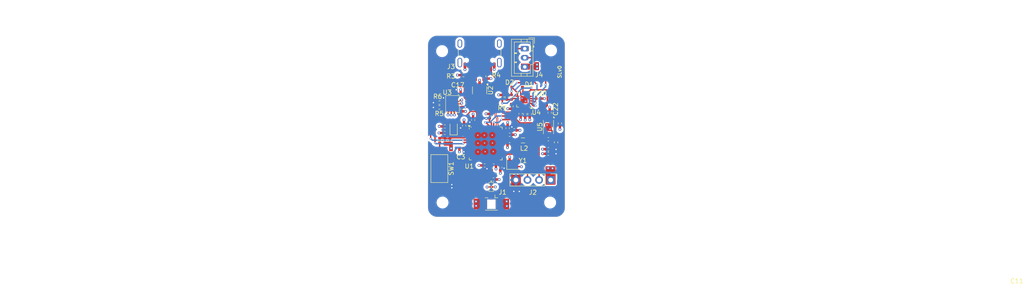
<source format=kicad_pcb>
(kicad_pcb (version 20240108) (generator "pcbnew") (generator_version "8.0")
  (layers (0 "F.Cu" signal) (1 "In1.Cu" signal) (2 "In2.Cu" signal) (31 "B.Cu" signal) (34 "B.Paste" user) (35 "F.Paste" user) (36 "B.SilkS" user "B.Silkscreen") (37 "F.SilkS" user "F.Silkscreen") (38 "B.Mask" user) (39 "F.Mask" user) (44 "Edge.Cuts" user))
  (net 0 "")
  (net 1 "+3V3")
  (net 2 "Net-(C11-Pad1)")
  (net 3 "LSE_OUT")
  (net 4 "LSE_IN")
  (net 5 "RF")
  (net 6 "Net-(FLT1-IN)")
  (net 7 "BL")
  (net 8 "Pwr Pth")
  (net 9 "Net-(J4-Pin_2)")
  (net 10 "VBUS")
  (net 11 "Net-(U5-V_{CC})")
  (net 12 "Net-(U5-BOOST)")
  (net 13 "Net-(U5-SW)")
  (net 14 "Net-(D1-A)")
  (net 15 "Net-(D1-K)")
  (net 16 "Net-(D2-A)")
  (net 17 "Net-(D2-K)")
  (net 18 "Net-(FLT1-OUT)")
  (net 19 "SWDCLK")
  (net 20 "SWDIO")
  (net 23 "Net-(J3-D--PadA7)")
  (net 24 "Net-(J3-CC2)")
  (net 25 "Net-(J3-CC1)")
  (net 26 "Net-(J3-D+-PadA6)")
  (net 27 "Net-(J4-Pin_1)")
  (net 28 "Net-(U1-VLXSMPS)")
  (net 29 "Net-(L1-Pad2)")
  (net 30 "Net-(R2-Pad2)")
  (net 31 "SDA")
  (net 32 "SCL")
  (net 33 "Net-(U4-ILIM)")
  (net 34 "Net-(U4-ISET)")
  (net 35 "Net-(U4-ITERM)")
  (net 36 "Net-(U5-Vfb)")
  (net 45 "USB_D-")
  (net 47 "IMU_INT2")
  (net 55 "HSE_OUT")
  (net 57 "IMU_INT1")
  (net 61 "HSE_IN")
  (net 62 "USB_D+")
  (net 67 "GND")
  (footprint "Resistor_SMD:R_0402_1005Metric" (layer "F.Cu") (at 126.33 85.255 90)
    (property "Reference" "R11" (hide yes))
    (property "Value" "4k12")
  )
  (footprint "Crystal:Crystal_SMD_2016-4Pin_2.0x1.6mm" (layer "F.Cu") (at 123.65 96.22)
    (property "Reference" "Y1")
    (property "Value" "32MHz")
  )
  (footprint "Connector_USB:USB_C_Receptacle_GCT_USB4105-xx-A_16P_TopMnt_Horizontal" (layer "F.Cu") (at 116.36 70.86 180)
    (property "Reference" "J3")
    (property "Value" "USB_C_Receptacle_USB2.0_16P")
  )
  (footprint "Package_DFN_QFN:DFN-8-1EP_3x2mm_P0.5mm_EP1.75x1.45mm" (layer "F.Cu") (at 131.4375 88.0975 -90)
    (property "Reference" "U5")
    (property "Value" "MCP16311x-xMNY")
  )
  (footprint "Resistor_SMD:R_0402_1005Metric" (layer "F.Cu") (at 133.1 91.45 -90)
    (property "Reference" "R12" (hide yes))
    (property "Value" "31k6")
  )
  (footprint "Capacitor_SMD:C_0402_1005Metric" (layer "F.Cu") (at 131.4 93.96 180)
    (property "Reference" "C1" (hide yes))
    (property "Value" "4u7")
  )
  (footprint "Inductor_SMD:L_0402_1005Metric" (layer "F.Cu") (at 122.945 90.8)
    (property "Reference" "L1" (hide yes))
    (property "Value" "10n")
  )
  (footprint "Inductor_SMD:L_0402_1005Metric" (layer "F.Cu") (at 131.415 91.86)
    (property "Reference" "L4" (hide yes))
    (property "Value" "15u")
  )
  (footprint "Connector_JST:JST_PH_B3B-PH-K_1x03_P2.00mm_Vertical" (layer "F.Cu") (at 126.25 70.9 -90)
    (property "Reference" "J4")
    (property "Value" "Conn_01x03")
  )
  (footprint "Capacitor_SMD:C_0402_1005Metric" (layer "F.Cu") (at 109.875 91.05 -90)
    (property "Reference" "C16" (hide yes))
    (property "Value" "100n")
  )
  (footprint "Capacitor_SMD:C_0402_1005Metric" (layer "F.Cu") (at 122.95 91.84 180)
    (property "Reference" "C11")
    (property "Value" "4u7")
  )
  (footprint "stm32wb_base:DLF162500LT-5028A1" (layer "F.Cu") (at 118.91 101.2325 -90)
    (property "Reference" "FLT1" (hide yes))
    (property "Value" "DLF162500LT-5028A1")
  )
  (footprint "Connector_PinHeader_2.54mm:PinHeader_1x04_P2.54mm_Vertical" (layer "F.Cu") (at 131.925 99.7 -90)
    (property "Reference" "J2")
    (property "Value" "Conn_01x04")
  )
  (footprint "Package_DFN_QFN:QFN-48-1EP_7x7mm_P0.5mm_EP5.6x5.6mm" (layer "F.Cu") (at 117.7 91.7)
    (property "Reference" "U1")
    (property "Value" "STM32WB55CEUx")
  )
  (footprint "Capacitor_SMD:C_0402_1005Metric" (layer "F.Cu") (at 131.7 84.98 90)
    (property "Reference" "C22")
    (property "Value" "1u")
  )
  (footprint "Capacitor_SMD:C_0402_1005Metric" (layer "F.Cu") (at 118.525 85.695 90)
    (property "Reference" "C2" (hide yes))
    (property "Value" "100n")
  )
  (footprint "Resistor_SMD:R_0402_1005Metric" (layer "F.Cu") (at 123.33 81.545 90)
    (property "Reference" "R7" (hide yes))
    (property "Value" "1k5")
  )
  (footprint "Button_Switch_SMD:SW_SPST_CK_RS282G05A3" (layer "F.Cu") (at 107.55 97.2 -90)
    (property "Reference" "SW1")
    (property "Value" "SW_Push")
  )
  (footprint "Capacitor_SMD:C_0402_1005Metric" (layer "F.Cu") (at 129.25 81.845)
    (property "Reference" "C20")
    (property "Value" "4u7")
  )
  (footprint "LED_SMD:LED_0402_1005Metric" (layer "F.Cu") (at 122.915 79.345 180)
    (property "Reference" "D2")
    (property "Value" "LED")
  )
  (footprint "Resistor_SMD:R_0402_1005Metric" (layer "F.Cu") (at 133.95 87.3 90)
    (property "Reference" "R13" (hide yes))
    (property "Value" "10k")
  )
  (footprint "Capacitor_SMD:C_0402_1005Metric" (layer "F.Cu") (at 117.49 96.52 180)
    (property "Reference" "C6" (hide yes))
    (property "Value" "100n")
  )
  (footprint "Inductor_SMD:L_0402_1005Metric" (layer "F.Cu") (at 118.97 98.055 -90)
    (property "Reference" "L3" (hide yes))
    (property "Value" "10n")
  )
  (footprint "Resistor_SMD:R_0402_1005Metric" (layer "F.Cu") (at 118.1 76.96 -90)
    (property "Reference" "R4")
    (property "Value" "5k1")
  )
  (footprint "Resistor_SMD:R_0402_1005Metric" (layer "F.Cu") (at 112.82 76.7 180)
    (property "Reference" "R3")
    (property "Value" "5k1")
  )
  (footprint "Resistor_SMD:R_0402_1005Metric" (layer "F.Cu") (at 107.5571 83.79)
    (property "Reference" "R5")
    (property "Value" "10k")
  )
  (footprint "Capacitor_SMD:C_0402_1005Metric" (layer "F.Cu") (at 131.42 90.76)
    (property "Reference" "C25" (hide yes))
    (property "Value" "100n")
  )
  (footprint "Resistor_SMD:R_0402_1005Metric" (layer "F.Cu") (at 108.775 91.03 -90)
    (property "Reference" "R1" (hide yes))
    (property "Value" "5k1")
  )
  (footprint "Capacitor_SMD:C_0402_1005Metric" (layer "F.Cu") (at 123.92 88.8)
    (property "Reference" "C9" (hide yes))
    (property "Value" "4u7")
  )
  (footprint "Capacitor_SMD:C_0402_1005Metric" (layer "F.Cu") (at 112.5271 84.17 -90)
    (property "Reference" "C18" (hide yes))
    (property "Value" "100n")
  )
  (footprint "Capacitor_SMD:C_0402_1005Metric" (layer "F.Cu") (at 119.44 96.53)
    (property "Reference" "C14" (hide yes))
    (property "Value" "4u7")
  )
  (footprint "Capacitor_SMD:C_0402_1005Metric" (layer "F.Cu") (at 125.33 85.165 -90)
    (property "Reference" "C21" (hide yes))
    (property "Value" "4u7")
  )
  (footprint "Capacitor_SMD:C_0402_1005Metric" (layer "F.Cu") (at 122.93 89.79)
    (property "Reference" "C10" (hide yes))
    (property "Value" "100n")
  )
  (footprint "Resistor_SMD:R_0402_1005Metric" (layer "F.Cu") (at 122.33 81.555 90)
    (property "Reference" "R8" (hide yes))
    (property "Value" "1k5")
  )
  (footprint "Resistor_SMD:R_0402_1005Metric" (layer "F.Cu") (at 107.5571 82.74)
    (property "Reference" "R6")
    (property "Value" "10k")
  )
  (footprint "LED_SMD:LED_0402_1005Metric" (layer "F.Cu") (at 125.73 78.86 90)
    (property "Reference" "D1")
    (property "Value" "LED")
  )
  (footprint "Capacitor_SMD:C_0402_1005Metric" (layer "F.Cu") (at 112.43 92.79 180)
    (property "Reference" "C3")
    (property "Value" "100n")
  )
  (footprint "Capacitor_SMD:C_0402_1005Metric" (layer "F.Cu") (at 108.76 87.97 180)
    (property "Reference" "C13" (hide yes))
    (property "Value" "10p")
  )
  (footprint "Inductor_SMD:L_0805_2012Metric" (layer "F.Cu") (at 125.8575 91.025)
    (property "Reference" "L2")
    (property "Value" "10u")
  )
  (footprint "Capacitor_SMD:C_0402_1005Metric" (layer "F.Cu") (at 119.39 99.6)
    (property "Reference" "C15" (hide yes))
    (property "Value" "4u7")
  )
  (footprint "Crystal:Crystal_SMD_2012-2Pin_2.0x1.2mm" (layer "F.Cu") (at 110.68 88.62 90)
    (property "Reference" "Y2" (hide yes))
    (property "Value" "32kHz")
  )
  (footprint "Capacitor_SMD:C_0402_1005Metric" (layer "F.Cu") (at 111.7271 80.64)
    (property "Reference" "C17")
    (property "Value" "100n")
  )
  (footprint "MountingHole:MountingHole_2.1mm" (layer "F.Cu") (at 108.15 71.45)
    (property "Reference" "H1" (hide yes))
    (property "Value" "MountingHole")
  )
  (footprint "Package_DFN_QFN:VQFN-16-1EP_3x3mm_P0.5mm_EP1.6x1.6mm" (layer "F.Cu") (at 126.08 82.1075 180)
    (property "Reference" "U4")
    (property "Value" "BQ24074RGT")
  )
  (footprint "Capacitor_SMD:C_0402_1005Metric" (layer "F.Cu") (at 114.94 86.55 90)
    (property "Reference" "C4" (hide yes))
    (property "Value" "100n")
  )
  (footprint "Package_TO_SOT_SMD:SOT-23-6" (layer "F.Cu") (at 116.3625 80.05 -90)
    (property "Reference" "U2")
    (property "Value" "USBLC6-2SC6")
  )
  (footprint "Resistor_SMD:R_0402_1005Metric" (layer "F.Cu") (at 123.33 83.555 -90)
    (property "Reference" "R9")
    (property "Value" "1k18")
  )
  (footprint "Capacitor_SMD:C_0402_1005Metric" (layer "F.Cu") (at 122.49 88.35 90)
    (property "Reference" "C5" (hide yes))
    (property "Value" "100n")
  )
  (footprint "Capacitor_SMD:C_0402_1005Metric" (layer "F.Cu") (at 121.33 81.545 90)
    (property "Reference" "C19" (hide yes))
    (property "Value" "4u7")
  )
  (footprint "MountingHole:MountingHole_2.1mm" (layer "F.Cu") (at 132 71.3)
    (property "Reference" "H2" (hide yes))
    (property "Value" "MountingHole")
  )
  (footprint "MountingHole:MountingHole_2.1mm" (layer "F.Cu") (at 108.25 104.65)
    (property "Reference" "H3" (hide yes))
    (property "Value" "MountingHole")
  )
  (footprint "MountingHole:MountingHole_2.1mm" (layer "F.Cu") (at 131.8 104.65)
    (property "Reference" "H4" (hide yes))
    (property "Value" "MountingHole")
  )
  (footprint "Resistor_SMD:R_0402_1005Metric" (layer "F.Cu") (at 107.615 91.03 -90)
    (property "Reference" "R2" (hide yes))
    (property "Value" "5k1")
  )
  (footprint "Capacitor_SMD:C_0402_1005Metric" (layer "F.Cu") (at 120.9 96.98 -90)
    (property "Reference" "C8" (hide yes))
    (property "Value" "100n")
  )
  (footprint "Connector_Coaxial:U.FL_Hirose_U.FL-R-SMT-1_Vertical" (layer "F.Cu") (at 118.945 104.485 -90)
    (property "Reference" "J1")
    (property "Value" "Conn_Coaxial")
  )
  (footprint "Capacitor_SMD:C_0402_1005Metric" (layer "F.Cu") (at 131.42 92.96 180)
    (property "Reference" "C24" (hide yes))
    (property "Value" "20u")
  )
  (footprint "Resistor_SMD:R_0402_1005Metric" (layer "F.Cu") (at 127.32 85.245 90)
    (property "Reference" "R10" (hide yes))
    (property "Value" "1k13")
  )
  (footprint "stm32wb_base:LSM6DSO" (layer "F.Cu") (at 110.4271 83 90)
    (property "Reference" "U3")
    (property "Value" "LSM6DSO")
  )
  (footprint "Capacitor_SMD:C_0402_1005Metric" (layer "F.Cu") (at 108.75 89.39 180)
    (property "Reference" "C12" (hide yes))
    (property "Value" "10p")
  )
  (footprint "Capacitor_SMD:C_0402_1005Metric" (layer "F.Cu") (at 112.98 87.81 90)
    (property "Reference" "C7" (hide yes))
    (property "Value" "100n")
  )
  (gr_arc (start 107.064214 107.785786) (mid 105.65 107.2) (end 105.064214 105.785786) (stroke (width 0.05)) (layer "Edge.Cuts"))
  (gr_line (start 107.064214 68.064214) (end 133.035786 68.064214) (stroke (width 0.05)) (layer "Edge.Cuts"))
  (gr_line (start 133.035786 107.785786) (end 107.064214 107.785786) (stroke (width 0.05)) (layer "Edge.Cuts"))
  (gr_arc (start 133.035786 68.064214) (mid 134.45 68.65) (end 135.035786 70.064214) (stroke (width 0.05)) (layer "Edge.Cuts"))
  (gr_arc (start 105.064214 70.064214) (mid 105.65 68.65) (end 107.064214 68.064214) (stroke (width 0.05)) (layer "Edge.Cuts"))
  (gr_arc (start 135.035786 105.785786) (mid 134.45 107.2) (end 133.035786 107.785786) (stroke (width 0.05)) (layer "Edge.Cuts"))
  (gr_line (start 135.035786 70.064214) (end 135.035786 105.785786) (stroke (width 0.05)) (layer "Edge.Cuts"))
  (gr_line (start 105.064214 105.785786) (end 105.064214 70.064214) (stroke (width 0.05)) (layer "Edge.Cuts"))
  (gr_text "SLv0" (at 134.35 77.5 90) (layer "F.SilkS") (effects (font (size 0.8 0.8) (thickness 0.15) (bold yes)) (justify left bottom)))
  (segment (start 118.525 86.175) (end 118.525 86.75) (width 0.3048) (layer "F.Cu") (net 1))
  (segment (start 121.1 96.5) (end 121.725 97.125) (width 0.508) (layer "F.Cu") (net 1))
  (segment (start 108.45 81.7) (end 108.95 82.2) (width 0.3048) (layer "F.Cu") (net 1))
  (segment (start 114.95 88.2625) (end 114.95 87.04) (width 0.3048) (layer "F.Cu") (net 1))
  (segment (start 111.25 79.9) (end 111.25 80.6871) (width 0.508) (layer "F.Cu") (net 1))
  (segment (start 121.1375 89.45) (end 121.87 89.45) (width 0.3048) (layer "F.Cu") (net 1))
  (segment (start 113.09355 88.95) (end 112.98 88.83645) (width 0.3048) (layer "F.Cu") (net 1))
  (segment (start 113.25 83.7) (end 112.4629 83.7) (width 0.508) (layer "F.Cu") (net 1))
  (segment (start 107.0371 83.8) (end 107.0471 83.79) (width 0.508) (layer "F.Cu") (net 1))
  (segment (start 118.545 86.195) (end 118.525 86.175) (width 0.3048) (layer "F.Cu") (net 1))
  (segment (start 106.25 83.8) (end 107.0371 83.8) (width 0.508) (layer "F.Cu") (net 1))
  (segment (start 109.5 82.500001) (end 108.950001 82.500001) (width 0.25) (layer "F.Cu") (net 1))
  (segment (start 123.425 88.08145) (end 123.425 88.86855) (width 0.508) (layer "F.Cu") (net 1))
  (segment (start 118.525 86.75) (end 118.95 87.175) (width 0.3048) (layer "F.Cu") (net 1))
  (segment (start 111.2 81.4) (end 111.177101 81.422899) (width 0.25) (layer "F.Cu") (net 1))
  (segment (start 117.8079 86.18) (end 118.595 86.18) (width 0.508) (layer "F.Cu") (net 1))
  (segment (start 112.91 92.79) (end 113.25 92.45) (width 0.3048) (layer "F.Cu") (net 1))
  (segment (start 112.98 88.29) (end 112.21 88.29) (width 0.3048) (layer "F.Cu") (net 1))
  (segment (start 111.2471 81.3529) (end 111.2 81.4) (width 0.3048) (layer "F.Cu") (net 1))
  (segment (start 122.49 88.83) (end 123.41 88.83) (width 0.3048) (layer "F.Cu") (net 1))
  (segment (start 118.95 87.175) (end 118.95 88.2625) (width 0.3048) (layer "F.Cu") (net 1))
  (segment (start 111.3542 83.499999) (end 111.799999 83.499999) (width 0.25) (layer "F.Cu") (net 1))
  (segment (start 108.95 82.5) (end 108.950001 82.500001) (width 0.25) (layer "F.Cu") (net 1))
  (segment (start 111.2471 80.64) (end 111.2471 81.3529) (width 0.3048) (layer "F.Cu") (net 1))
  (segment (start 112.5271 83.69) (end 111.99 83.69) (width 0.3048) (layer "F.Cu") (net 1))
  (segment (start 122.29 89.95) (end 122.45 89.79) (width 0.3048) (layer "F.Cu") (net 1))
  (segment (start 117.97 96.52) (end 118.45 96.04) (width 0.3048) (layer "F.Cu") (net 1))
  (segment (start 123.41 88.83) (end 123.44 88.8) (width 0.3048) (layer "F.Cu") (net 1))
  (segment (start 107.0371 82.75) (end 107.0471 82.74) (width 0.508) (layer "F.Cu") (net 1))
  (segment (start 118.45 96.04) (end 118.45 95.1375) (width 0.3048) (layer "F.Cu") (net 1))
  (segment (start 111.177101 81.8189) (end 111.177101 81.422899) (width 0.25) (layer "F.Cu") (net 1))
  (segment (start 113.25 92.45) (end 114.2625 92.45) (width 0.3048) (layer "F.Cu") (net 1))
  (segment (start 113.7 88.95) (end 113.09355 88.95) (width 0.3048) (layer "F.Cu") (net 1))
  (segment (start 106.25 82.75) (end 107.0371 82.75) (width 0.508) (layer "F.Cu") (net 1))
  (segment (start 117.975 97.24355) (end 117.975 96.45645) (width 0.508) (layer "F.Cu") (net 1))
  (segment (start 114.95 87.04) (end 114.94 87.03) (width 0.3048) (layer "F.Cu") (net 1))
  (segment (start 114.2625 88.95) (end 113.7 88.95) (width 0.254) (layer "F.Cu") (net 1))
  (segment (start 112.98 88.83645) (end 112.98 88.29) (width 0.3048) (layer "F.Cu") (net 1))
  (segment (start 111.799999 83.499999) (end 111.8 83.5) (width 0.25) (layer "F.Cu") (net 1))
  (segment (start 112.21 88.29) (end 112.2 88.3) (width 0.3048) (layer "F.Cu") (net 1))
  (segment (start 111.99 83.69) (end 111.8 83.5) (width 0.3048) (layer "F.Cu") (net 1))
  (segment (start 114.225 87.025) (end 115.0121 87.025) (width 0.508) (layer "F.Cu") (net 1))
  (segment (start 108.95 82.2) (end 108.95 82.5) (width 0.3048) (layer "F.Cu") (net 1))
  (segment (start 112.925 93.51855) (end 112.925 92.73145) (width 0.508) (layer "F.Cu") (net 1))
  (segment (start 121.1375 89.95) (end 122.29 89.95) (width 0.3048) (layer "F.Cu") (net 1))
  (segment (start 120.9 96.5) (end 121.1 96.5) (width 0.508) (layer "F.Cu") (net 1))
  (segment (start 121.87 89.45) (end 122.49 88.83) (width 0.3048) (layer "F.Cu") (net 1))
  (via (at 117.8079 86.18) (size 0.61) (drill 0.3) (layers "F.Cu" "B.Cu") (net 1))
  (via (at 121.725 97.125) (size 0.61) (drill 0.3) (layers "F.Cu" "B.Cu") (net 1))
  (via (at 111.25 79.9) (size 0.61) (drill 0.3) (layers "F.Cu" "B.Cu") (net 1))
  (via (at 106.25 83.8) (size 0.61) (drill 0.3) (layers "F.Cu" "B.Cu") (net 1))
  (via (at 123.85 102.2) (size 0.61) (drill 0.3) (layers "F.Cu" "B.Cu") (net 1))
  (via (at 123.425 88.08145) (size 0.61) (drill 0.3) (layers "F.Cu" "B.Cu") (net 1))
  (via (at 125.05 102.225) (size 0.61) (drill 0.3) (layers "F.Cu" "B.Cu") (net 1))
  (via (at 113.25 83.7) (size 0.61) (drill 0.3) (layers "F.Cu" "B.Cu") (net 1))
  (via (at 110.275 101.425) (size 0.61) (drill 0.3) (layers "F.Cu" "B.Cu") (net 1))
  (via (at 114.225 87.025) (size 0.61) (drill 0.3) (layers "F.Cu" "B.Cu") (net 1))
  (via (at 133.1 93) (size 0.61) (drill 0.3) (layers "F.Cu" "B.Cu") (net 1))
  (via (at 110.275 100.725) (size 0.61) (drill 0.3) (layers "F.Cu" "B.Cu") (net 1))
  (via (at 112.2 88.3) (size 0.61) (drill 0.3) (layers "F.Cu" "B.Cu") (net 1))
  (via (at 133.1 93.95) (size 0.61) (drill 0.3) (layers "F.Cu" "B.Cu") (net 1))
  (via (at 117.975 97.24355) (size 0.61) (drill 0.3) (layers "F.Cu" "B.Cu") (net 1))
  (via (at 108.45 81.7) (size 0.61) (drill 0.3) (layers "F.Cu" "B.Cu") (net 1))
  (via (at 112.925 93.51855) (size 0.61) (drill 0.3) (layers "F.Cu" "B.Cu") (net 1))
  (via (at 106.25 82.75) (size 0.61) (drill 0.3) (layers "F.Cu" "B.Cu") (net 1))
  (segment (start 124.065 92.475) (end 123.43 91.84) (width 0.3048) (layer "F.Cu") (net 2))
  (segment (start 126.55 92.475) (end 124.065 92.475) (width 0.3048) (layer "F.Cu") (net 2))
  (segment (start 126.92 91.025) (end 126.92 92.105) (width 0.3048) (layer "F.Cu") (net 2))
  (segment (start 126.92 92.105) (end 126.55 92.475) (width 0.3048) (layer "F.Cu") (net 2))
  (segment (start 110.68 89.32) (end 109.3 89.32) (width 0.3048) (layer "F.Cu") (net 3))
  (segment (start 114.2377 89.9252) (end 111.2852 89.9252) (width 0.3048) (layer "F.Cu") (net 3))
  (segment (start 111.2852 89.9252) (end 110.68 89.32) (width 0.3048) (layer "F.Cu") (net 3))
  (segment (start 114.2625 89.95) (end 114.2377 89.9252) (width 0.3048) (layer "F.Cu") (net 3))
  (segment (start 109.3 89.32) (end 109.23 89.39) (width 0.3048) (layer "F.Cu") (net 3))
  (segment (start 109.29 87.92) (end 109.24 87.97) (width 0.3048) (layer "F.Cu") (net 4))
  (segment (start 110.68 87.92) (end 112.21 89.45) (width 0.3048) (layer "F.Cu") (net 4))
  (segment (start 110.68 87.92) (end 109.29 87.92) (width 0.3048) (layer "F.Cu") (net 4))
  (segment (start 112.21 89.45) (end 114.2625 89.45) (width 0.3048) (layer "F.Cu") (net 4))
  (segment (start 118.97 97.57) (end 118.97 96.54) (width 0.3048) (layer "F.Cu") (net 5))
  (segment (start 118.95 96.52) (end 118.96 96.53) (width 0.3048) (layer "F.Cu") (net 5))
  (segment (start 118.95 95.1375) (end 118.95 96.52) (width 0.3048) (layer "F.Cu") (net 5))
  (segment (start 118.97 96.54) (end 118.96 96.53) (width 0.3048) (layer "F.Cu") (net 5))
  (segment (start 118.91 99.6) (end 118.91 100.62) (width 0.3048) (layer "F.Cu") (net 6))
  (segment (start 118.97 99.54) (end 118.91 99.6) (width 0.3048) (layer "F.Cu") (net 6))
  (segment (start 118.97 98.54) (end 118.97 99.54) (width 0.3048) (layer "F.Cu") (net 6))
  (segment (start 114.2625 90.45) (end 109.995 90.45) (width 0.3048) (layer "F.Cu") (net 7))
  (segment (start 108.825 90.57) (end 108.775 90.52) (width 0.3048) (layer "F.Cu") (net 7))
  (segment (start 109.875 90.57) (end 108.825 90.57) (width 0.3048) (layer "F.Cu") (net 7))
  (segment (start 109.995 90.45) (end 109.875 90.57) (width 0.3048) (layer "F.Cu") (net 7))
  (segment (start 108.775 90.52) (end 107.615 90.52) (width 0.3048) (layer "F.Cu") (net 7))
  (segment (start 131.1798 80.1548) (end 131.1798 83.3952) (width 0.3048) (layer "F.Cu") (net 8))
  (segment (start 127.55 79.625) (end 127.65 79.525) (width 0.3048) (layer "F.Cu") (net 8))
  (segment (start 124.6425 81.8575) (end 123.5275 81.8575) (width 0.3048) (layer "F.Cu") (net 8))
  (segment (start 123.32 82.065) (end 123.33 82.055) (width 0.3048) (layer "F.Cu") (net 8))
  (segment (start 121.33 82.025) (end 121.15 82.025) (width 0.3048) (layer "F.Cu") (net 8))
  (segment (start 121.33 82.845) (end 121.3 82.875) (width 0.3048) (layer "F.Cu") (net 8))
  (segment (start 130.6875 83.8875) (end 130.6875 86.6475) (width 0.3048) (layer "F.Cu") (net 8))
  (segment (start 127.55 79.95) (end 127.55 79.625) (width 0.3048) (layer "F.Cu") (net 8))
  (segment (start 122.33 82.065) (end 123.32 82.065) (width 0.3048) (layer "F.Cu") (net 8))
  (segment (start 122.29 82.025) (end 122.33 82.065) (width 0.3048) (layer "F.Cu") (net 8))
  (segment (start 131.1798 83.3952) (end 130.6875 83.8875) (width 0.3048) (layer "F.Cu") (net 8))
  (segment (start 130.975 79.95) (end 131.1798 80.1548) (width 0.3048) (layer "F.Cu") (net 8))
  (segment (start 126.83 80.67) (end 127.55 79.95) (width 0.3048) (layer "F.Cu") (net 8))
  (segment (start 121.15 82.025) (end 122.29 82.025) (width 0.3048) (layer "F.Cu") (net 8))
  (segment (start 121.33 82.025) (end 121.33 82.845) (width 0.3048) (layer "F.Cu") (net 8))
  (segment (start 127.55 79.95) (end 130.975 79.95) (width 0.3048) (layer "F.Cu") (net 8))
  (segment (start 123.5275 81.8575) (end 123.33 82.055) (width 0.3048) (layer "F.Cu") (net 8))
  (via (at 121.3 82.875) (size 0.4572) (drill 0.254) (layers "F.Cu" "B.Cu") (net 8))
  (via (at 127.65 79.525) (size 0.4572) (drill 0.254) (layers "F.Cu" "B.Cu") (net 8))
  (segment (start 127.625 79.55) (end 127.65 79.525) (width 0.3048) (layer "B.Cu") (net 8))
  (segment (start 121.3 82.875) (end 122.375 82.875) (width 0.3048) (layer "B.Cu") (net 8))
  (segment (start 125.7 79.55) (end 127.625 79.55) (width 0.3048) (layer "B.Cu") (net 8))
  (segment (start 122.375 82.875) (end 125.7 79.55) (width 0.3048) (layer "B.Cu") (net 8))
  (segment (start 128.1325 82.3575) (end 128.6 82.825) (width 0.3048) (layer "F.Cu") (net 9))
  (segment (start 130.825 74.325) (end 129.4 72.9) (width 0.3048) (layer "F.Cu") (net 9))
  (segment (start 130.825 78.775) (end 130.825 74.325) (width 0.3048) (layer "F.Cu") (net 9))
  (segment (start 128.730101 81.884899) (end 127.5175 81.884899) (width 0.3048) (layer "F.Cu") (net 9))
  (segment (start 127.5175 82.3575) (end 128.1325 82.3575) (width 0.3048) (layer "F.Cu") (net 9))
  (segment (start 129.4 72.9) (end 126.25 72.9) (width 0.3048) (layer "F.Cu") (net 9))
  (segment (start 128.77 81.845) (end 128.730101 81.884899) (width 0.3048) (layer "F.Cu") (net 9))
  (via (at 130.825 78.775) (size 0.4572) (drill 0.254) (layers "F.Cu" "B.Cu") (net 9))
  (via (at 128.6 82.825) (size 0.4572) (drill 0.254) (layers "F.Cu" "B.Cu") (net 9))
  (segment (start 128.6 81.475) (end 130.8 79.275) (width 0.3048) (layer "B.Cu") (net 9))
  (segment (start 130.8 78.8) (end 130.825 78.775) (width 0.3048) (layer "B.Cu") (net 9))
  (segment (start 130.8 79.275) (end 130.8 78.8) (width 0.3048) (layer "B.Cu") (net 9))
  (segment (start 128.6 82.825) (end 128.6 81.475) (width 0.3048) (layer "B.Cu") (net 9))
  (segment (start 118.8386 76.2386) (end 118.8386 74.6186) (width 0.508) (layer "F.Cu") (net 10))
  (segment (start 116.3625 81.1875) (end 116.3625 80.525001) (width 0.508) (layer "F.Cu") (net 10))
  (segment (start 119.3 80.1) (end 120.1 79.3) (width 0.508) (layer "F.Cu") (net 10))
  (segment (start 119.3 80.1) (end 119.3 82.725) (width 0.508) (layer "F.Cu") (net 10))
  (segment (start 125.33 84.685) (end 125.33 83.545) (width 0.3048) (layer "F.Cu") (net 10))
  (segment (start 125.09 84.925) (end 125.33 84.685) (width 0.508) (layer "F.Cu") (net 10))
  (segment (start 119.3 82.725) (end 121.5 84.925) (width 0.508) (layer "F.Cu") (net 10))
  (segment (start 118.8386 74.6186) (end 118.76 74.54) (width 0.508) (layer "F.Cu") (net 10))
  (segment (start 121.5 84.925) (end 125.09 84.925) (width 0.508) (layer "F.Cu") (net 10))
  (segment (start 120.1 77.5) (end 118.8386 76.2386) (width 0.508) (layer "F.Cu") (net 10))
  (segment (start 120.1 79.3) (end 120.1 77.5) (width 0.508) (layer "F.Cu") (net 10))
  (segment (start 116.787501 80.1) (end 119.3 80.1) (width 0.508) (layer "F.Cu") (net 10))
  (segment (start 116.3625 80.525001) (end 116.787501 80.1) (width 0.508) (layer "F.Cu") (net 10))
  (segment (start 131.6875 86.6475) (end 131.6875 85.4725) (width 0.3048) (layer "F.Cu") (net 11))
  (segment (start 131.6875 85.4725) (end 131.7 85.46) (width 0.3048) (layer "F.Cu") (net 11))
  (segment (start 131.6875 89.5475) (end 131.6875 90.5475) (width 0.3048) (layer "F.Cu") (net 12))
  (segment (start 131.6875 90.5475) (end 131.9 90.76) (width 0.3048) (layer "F.Cu") (net 12))
  (segment (start 130.93 90.77) (end 130.94 90.76) (width 0.3048) (layer "F.Cu") (net 13))
  (segment (start 131.1875 90.5125) (end 130.94 90.76) (width 0.3048) (layer "F.Cu") (net 13))
  (segment (start 130.93 91.86) (end 130.93 90.77) (width 0.3048) (layer "F.Cu") (net 13))
  (segment (start 131.1875 89.5475) (end 131.1875 90.5125) (width 0.3048) (layer "F.Cu") (net 13))
  (segment (start 125.73 78.375) (end 124.575 78.375) (width 0.3048) (layer "F.Cu") (net 14))
  (segment (start 124.575 78.375) (end 124.55 78.4) (width 0.3048) (layer "F.Cu") (net 14))
  (segment (start 123.33 81.035) (end 123.33 80.27) (width 0.3048) (layer "F.Cu") (net 14))
  (segment (start 123.33 80.27) (end 123.35 80.25) (width 0.3048) (layer "F.Cu") (net 14))
  (via (at 123.35 80.25) (size 0.4572) (drill 0.254) (layers "F.Cu" "B.Cu") (net 14))
  (via (at 124.55 78.4) (size 0.4572) (drill 0.254) (layers "F.Cu" "B.Cu") (net 14))
  (segment (start 123.35 79.6) (end 124.55 78.4) (width 0.3048) (layer "B.Cu") (net 14))
  (segment (start 123.35 80.25) (end 123.35 79.6) (width 0.3048) (layer "B.Cu") (net 14))
  (segment (start 125.83 80.67) (end 125.83 79.445) (width 0.3048) (layer "F.Cu") (net 15))
  (segment (start 125.83 79.445) (end 125.73 79.345) (width 0.3048) (layer "F.Cu") (net 15))
  (segment (start 122.33 81.045) (end 122.33 79.445) (width 0.3048) (layer "F.Cu") (net 16))
  (segment (start 122.33 79.445) (end 122.43 79.345) (width 0.3048) (layer "F.Cu") (net 16))
  (segment (start 124.6425 81.3575) (end 124.6425 80.5875) (width 0.3048) (layer "F.Cu") (net 17))
  (segment (start 124.6425 80.5875) (end 123.4 79.345) (width 0.3048) (layer "F.Cu") (net 17))
  (segment (start 118.945 101.88) (end 118.91 101.845) (width 0.3048) (layer "F.Cu") (net 18))
  (segment (start 118.935 103.425) (end 118.945 103.435) (width 0.3048) (layer "F.Cu") (net 18))
  (segment (start 118.945 103.435) (end 118.945 101.88) (width 0.3048) (layer "F.Cu") (net 18))
  (segment (start 129.385 87.935) (end 129.385 99.7) (width 0.3048) (layer "F.Cu") (net 19))
  (segment (start 118.45 88.2625) (end 118.45 87.803828) (width 0.3048) (layer "F.Cu") (net 19))
  (segment (start 123.675 85.675) (end 125.1798 87.1798) (width 0.3048) (layer "F.Cu") (net 19))
  (segment (start 121.125 85.675) (end 123.675 85.675) (width 0.3048) (layer "F.Cu") (net 19))
  (segment (start 129.375 99.735) (end 129.39 99.75) (width 0.3048) (layer "F.Cu") (net 19))
  (segment (start 118.45 87.803828) (end 117.696172 87.05) (width 0.3048) (layer "F.Cu") (net 19))
  (segment (start 125.1798 87.1798) (end 128.6298 87.1798) (width 0.3048) (layer "F.Cu") (net 19))
  (segment (start 128.6298 87.1798) (end 129.385 87.935) (width 0.3048) (layer "F.Cu") (net 19))
  (segment (start 117.696172 87.05) (end 117.6 87.05) (width 0.3048) (layer "F.Cu") (net 19))
  (via (at 121.125 85.675) (size 0.4572) (drill 0.254) (layers "F.Cu" "B.Cu") (net 19))
  (via (at 117.6 87.05) (size 0.4572) (drill 0.254) (layers "F.Cu" "B.Cu") (net 19))
  (segment (start 117.6 87.05) (end 118.65 87.05) (width 0.3048) (layer "B.Cu") (net 19))
  (segment (start 120.025 85.675) (end 121.125 85.675) (width 0.3048) (layer "B.Cu") (net 19))
  (segment (start 118.65 87.05) (end 120.025 85.675) (width 0.3048) (layer "B.Cu") (net 19))
  (segment (start 119.45 87.175) (end 119.525 87.1) (width 0.3048) (layer "F.Cu") (net 20))
  (segment (start 121.15 86.475) (end 123.375 86.475) (width 0.3048) (layer "F.Cu") (net 20))
  (segment (start 124.8 87.9) (end 127.225 87.9) (width 0.3048) (layer "F.Cu") (net 20))
  (segment (start 128.025 88.7) (end 128.025 92.825) (width 0.3048) (layer "F.Cu") (net 20))
  (segment (start 126.845 94.005) (end 126.845 99.7) (width 0.3048) (layer "F.Cu") (net 20))
  (segment (start 127.225 87.9) (end 128.025 88.7) (width 0.3048) (layer "F.Cu") (net 20))
  (segment (start 128.025 92.825) (end 126.845 94.005) (width 0.3048) (layer "F.Cu") (net 20))
  (segment (start 126.825 99.725) (end 126.85 99.75) (width 0.3048) (layer "F.Cu") (net 20))
  (segment (start 123.375 86.475) (end 124.8 87.9) (width 0.3048) (layer "F.Cu") (net 20))
  (segment (start 119.45 88.2625) (end 119.45 87.175) (width 0.3048) (layer "F.Cu") (net 20))
  (via (at 121.15 86.475) (size 0.4572) (drill 0.254) (layers "F.Cu" "B.Cu") (net 20))
  (via (at 119.525 87.1) (size 0.4572) (drill 0.254) (layers "F.Cu" "B.Cu") (net 20))
  (segment (start 119.525 87.1) (end 120.525 87.1) (width 0.3048) (layer "B.Cu") (net 20))
  (segment (start 120.525 87.1) (end 121.15 86.475) (width 0.3048) (layer "B.Cu") (net 20))
  (segment (start 117.11 77.835) (end 117.11 74.54) (width 0.3048) (layer "F.Cu") (net 23))
  (segment (start 117.3125 78.9125) (end 117.3125 78.0375) (width 0.3048) (layer "F.Cu") (net 23))
  (segment (start 117.3125 78.0375) (end 117.11 77.835) (width 0.3048) (layer "F.Cu") (net 23))
  (segment (start 114.61 76.165) (end 114.61 74.54) (width 0.3048) (layer "F.Cu") (net 24))
  (segment (start 113.33 76.7) (end 114.075 76.7) (width 0.3048) (layer "F.Cu") (net 24))
  (segment (start 114.075 76.7) (end 114.61 76.165) (width 0.3048) (layer "F.Cu") (net 24))
  (segment (start 117.61 75.96) (end 118.1 76.45) (width 0.3048) (layer "F.Cu") (net 25))
  (segment (start 117.61 74.54) (end 117.61 75.96) (width 0.3048) (layer "F.Cu") (net 25))
  (segment (start 115.61 78.715) (end 115.4125 78.9125) (width 0.3048) (layer "F.Cu") (net 26))
  (segment (start 115.4125 78.9125) (end 115.4125 78.0375) (width 0.3048) (layer "F.Cu") (net 26))
  (segment (start 115.61 77.84) (end 115.61 74.54) (width 0.3048) (layer "F.Cu") (net 26))
  (segment (start 115.4125 78.0375) (end 115.61 77.84) (width 0.3048) (layer "F.Cu") (net 26))
  (segment (start 127.8 77.65) (end 122.525 77.65) (width 0.3048) (layer "F.Cu") (net 27))
  (segment (start 122.45 77.575) (end 122.45 71.55) (width 0.3048) (layer "F.Cu") (net 27))
  (segment (start 123.1 70.9) (end 126.25 70.9) (width 0.3048) (layer "F.Cu") (net 27))
  (segment (start 128.925 78.775) (end 127.8 77.65) (width 0.3048) (layer "F.Cu") (net 27))
  (segment (start 122.45 71.55) (end 123.1 70.9) (width 0.3048) (layer "F.Cu") (net 27))
  (segment (start 127.5175 82.8575) (end 128.11 83.45) (width 0.3048) (layer "F.Cu") (net 27))
  (segment (start 122.525 77.65) (end 122.45 77.575) (width 0.3048) (layer "F.Cu") (net 27))
  (segment (start 128.11 83.45) (end 128.6 83.45) (width 0.3048) (layer "F.Cu") (net 27))
  (via (at 128.925 78.775) (size 0.4572) (drill 0.254) (layers "F.Cu" "B.Cu") (net 27))
  (via (at 128.6 83.45) (size 0.4572) (drill 0.254) (layers "F.Cu" "B.Cu") (net 27))
  (segment (start 128.05 80.675) (end 128.925 79.8) (width 0.3048) (layer "B.Cu") (net 27))
  (segment (start 128.05 83.029342) (end 128.05 80.675) (width 0.3048) (layer "B.Cu") (net 27))
  (segment (start 128.6 83.45) (end 128.470658 83.45) (width 0.3048) (layer "B.Cu") (net 27))
  (segment (start 128.470658 83.45) (end 128.05 83.029342) (width 0.3048) (layer "B.Cu") (net 27))
  (segment (start 128.925 79.8) (end 128.925 78.775) (width 0.3048) (layer "B.Cu") (net 27))
  (segment (start 122.11 90.45) (end 122.46 90.8) (width 0.3048) (layer "F.Cu") (net 28))
  (segment (start 121.1375 90.45) (end 122.11 90.45) (width 0.3048) (layer "F.Cu") (net 28))
  (segment (start 124.57 90.8) (end 124.795 91.025) (width 0.3048) (layer "F.Cu") (net 29))
  (segment (start 123.43 90.8) (end 124.57 90.8) (width 0.3048) (layer "F.Cu") (net 29))
  (segment (start 107.615 91.54) (end 107.615 93.235) (width 0.3048) (layer "F.Cu") (net 30))
  (segment (start 107.615 93.235) (end 107.55 93.3) (width 0.3048) (layer "F.Cu") (net 30))
  (segment (start 108.0071 83.85) (end 108.0671 83.79) (width 0.3048) (layer "F.Cu") (net 31))
  (segment (start 106.6 91.55) (end 106.6 85.2571) (width 0.3048) (layer "F.Cu") (net 31))
  (segment (start 108.15 83.85) (end 108.0071 83.85) (width 0.3048) (layer "F.Cu") (net 31))
  (segment (start 114.2625 91.45) (end 113.05 91.45) (width 0.3048) (layer "F.Cu") (net 31))
  (segment (start 113.05 91.45) (end 112.75 91.75) (width 0.3048) (layer "F.Cu") (net 31))
  (segment (start 108.15 83.7071) (end 108.15 83.85) (width 0.3048) (layer "F.Cu") (net 31))
  (segment (start 106.6 85.2571) (end 108.0671 83.79) (width 0.3048) (layer "F.Cu") (net 31))
  (segment (start 108.357101 83.499999) (end 108.15 83.7071) (width 0.3048) (layer "F.Cu") (net 31))
  (segment (start 109.5 83.499999) (end 108.357101 83.499999) (width 0.3048) (layer "F.Cu") (net 31))
  (via (at 106.6 91.55) (size 0.4572) (drill 0.254) (layers "F.Cu" "B.Cu") (net 31))
  (via (at 112.75 91.75) (size 0.4572) (drill 0.254) (layers "F.Cu" "B.Cu") (net 31))
  (segment (start 106.8 91.75) (end 106.6 91.55) (width 0.3048) (layer "B.Cu") (net 31))
  (segment (start 112.75 91.75) (end 106.8 91.75) (width 0.3048) (layer "B.Cu") (net 31))
  (segment (start 108.0671 82.2671) (end 108.0671 82.74) (width 0.3048) (layer "F.Cu") (net 32))
  (segment (start 108.3271 83) (end 108.2 82.8729) (width 0.3048) (layer "F.Cu") (net 32))
  (segment (start 105.675 90.625) (end 105.6402 90.5902) (width 0.3048) (layer "F.Cu") (net 32))
  (segment (start 105.6402 90.5902) (end 105.6402 82.3598) (width 0.3048) (layer "F.Cu") (net 32))
  (segment (start 108.2 82.75) (end 108.0771 82.75) (width 0.3048) (layer "F.Cu") (net 32))
  (segment (start 105.6402 82.3598) (end 106.2 81.8) (width 0.3048) (layer "F.Cu") (net 32))
  (segment (start 108.0771 82.75) (end 108.0671 82.74) (width 0.3048) (layer "F.Cu") (net 32))
  (segment (start 108.2 82.8729) (end 108.2 82.75) (width 0.3048) (layer "F.Cu") (net 32))
  (segment (start 106.2 81.8) (end 107.6 81.8) (width 0.3048) (layer "F.Cu") (net 32))
  (segment (start 114.2625 90.95) (end 112.7584 90.95) (width 0.3048) (layer "F.Cu") (net 32))
  (segment (start 109.5 83) (end 108.3271 83) (width 0.3048) (layer "F.Cu") (net 32))
  (segment (start 112.7584 90.95) (end 112.725 90.9834) (width 0.3048) (layer "F.Cu") (net 32))
  (segment (start 107.6 81.8) (end 108.0671 82.2671) (width 0.3048) (layer "F.Cu") (net 32))
  (via (at 112.725 90.9834) (size 0.4572) (drill 0.254) (layers "F.Cu" "B.Cu") (net 32))
  (via (at 105.675 90.625) (size 0.4572) (drill 0.254) (layers "F.Cu" "B.Cu") (net 32))
  (segment (start 112.725 90.9834) (end 106.0334 90.9834) (width 0.3048) (layer "B.Cu") (net 32))
  (segment (start 106.0334 90.9834) (end 105.675 90.625) (width 0.3048) (layer "B.Cu") (net 32))
  (segment (start 123.33 83.045) (end 124.455 83.045) (width 0.3048) (layer "F.Cu") (net 33))
  (segment (start 124.455 83.045) (end 124.6425 82.8575) (width 0.3048) (layer "F.Cu") (net 33))
  (segment (start 126.83 84.245) (end 127.32 84.735) (width 0.3048) (layer "F.Cu") (net 34))
  (segment (start 126.83 83.545) (end 126.83 84.245) (width 0.3048) (layer "F.Cu") (net 34))
  (segment (start 126.33 84.745) (end 126.33 83.545) (width 0.3048) (layer "F.Cu") (net 35))
  (segment (start 133 90.84) (end 133.1 90.94) (width 0.3048) (layer "F.Cu") (net 36))
  (segment (start 133.8075 86.6475) (end 133.95 86.79) (width 0.3048) (layer "F.Cu") (net 36))
  (segment (start 132.1875 86.6475) (end 132.825 86.6475) (width 0.3048) (layer "F.Cu") (net 36))
  (segment (start 132.825 86.6475) (end 133.8075 86.6475) (width 0.3048) (layer "F.Cu") (net 36))
  (segment (start 132.825 86.6475) (end 133 86.6475) (width 0.3048) (layer "F.Cu") (net 36))
  (segment (start 133 86.6475) (end 133 90.84) (width 0.3048) (layer "F.Cu") (net 36))
  (segment (start 120.45 87.606249) (end 120.45 88.2625) (width 0.1524) (layer "F.Cu") (net 45))
  (segment (start 120.015751 84.471207) (end 120.015751 85.675223) (width 0.1524) (layer "F.Cu") (net 45))
  (segment (start 117.3125 81.1875) (end 117.3125 82.181251) (width 0.1524) (layer "F.Cu") (net 45))
  (segment (start 116.5149 83.099372) (end 117.388128 83.9726) (width 0.1524) (layer "F.Cu") (net 45))
  (segment (start 117.3125 82.181251) (end 116.5149 82.978851) (width 0.1524) (layer "F.Cu") (net 45))
  (segment (start 119.517144 83.9726) (end 120.015751 84.471207) (width 0.1524) (layer "F.Cu") (net 45))
  (segment (start 116.5149 82.978851) (end 116.5149 83.099372) (width 0.1524) (layer "F.Cu") (net 45))
  (segment (start 120.3524 87.508649) (end 120.45 87.606249) (width 0.1524) (layer "F.Cu") (net 45))
  (segment (start 120.015751 85.675223) (end 120.3524 86.011872) (width 0.1524) (layer "F.Cu") (net 45))
  (segment (start 117.388128 83.9726) (end 119.517144 83.9726) (width 0.1524) (layer "F.Cu") (net 45))
  (segment (start 120.3524 86.011872) (end 120.3524 87.508649) (width 0.1524) (layer "F.Cu") (net 45))
  (segment (start 116.2 84.875) (end 113 81.675) (width 0.254) (layer "F.Cu") (net 47))
  (segment (start 113 81.675) (end 113 79.25) (width 0.254) (layer "F.Cu") (net 47))
  (segment (start 110.6771 81.547194) (end 110.6771 81.8189) (width 0.254) (layer "F.Cu") (net 47))
  (segment (start 115.95 88.2625) (end 115.95 87.501738) (width 0.254) (layer "F.Cu") (net 47))
  (segment (start 110.475 81.345094) (end 110.6771 81.547194) (width 0.254) (layer "F.Cu") (net 47))
  (segment (start 116.2 87.251738) (end 116.2 84.875) (width 0.254) (layer "F.Cu") (net 47))
  (segment (start 113 79.25) (end 110.625 79.25) (width 0.254) (layer "F.Cu") (net 47))
  (segment (start 115.95 87.501738) (end 116.2 87.251738) (width 0.254) (layer "F.Cu") (net 47))
  (segment (start 110.625 79.25) (end 110.475 79.4) (width 0.254) (layer "F.Cu") (net 47))
  (segment (start 110.475 79.4) (end 110.475 81.345094) (width 0.254) (layer "F.Cu") (net 47))
  (segment (start 120.9579 95.1375) (end 122.5904 96.77) (width 0.3048) (layer "F.Cu") (net 55))
  (segment (start 120.45 95.1375) (end 120.9579 95.1375) (width 0.3048) (layer "F.Cu") (net 55))
  (segment (start 122.5904 96.77) (end 122.95 96.77) (width 0.3048) (layer "F.Cu") (net 55))
  (segment (start 113.4 85.625) (end 114.3594 84.6656) (width 0.254) (layer "F.Cu") (net 57))
  (segment (start 111.575 84.578999) (end 111.575 85.25) (width 0.254) (layer "F.Cu") (net 57))
  (segment (start 115.4156 84.6656) (end 115.725 84.975) (width 0.254) (layer "F.Cu") (net 57))
  (segment (start 115.45 87.427002) (end 115.45 88.2625) (width 0.254) (layer "F.Cu") (net 57))
  (segment (start 115.725 87.152002) (end 115.45 87.427002) (width 0.254) (layer "F.Cu") (net 57))
  (segment (start 115.725 84.975) (end 115.725 87.152002) (width 0.254) (layer "F.Cu") (net 57))
  (segment (start 111.575 85.25) (end 111.95 85.625) (width 0.254) (layer "F.Cu") (net 57))
  (segment (start 111.95 85.625) (end 113.4 85.625) (width 0.254) (layer "F.Cu") (net 57))
  (segment (start 114.3594 84.6656) (end 115.4156 84.6656) (width 0.254) (layer "F.Cu") (net 57))
  (segment (start 111.177101 84.1811) (end 111.575 84.578999) (width 0.254) (layer "F.Cu") (net 57))
  (segment (start 124.35 94.3) (end 124.35 95.67) (width 0.3048) (layer "F.Cu") (net 61))
  (segment (start 121.1375 94.45) (end 122 94.45) (width 0.3048) (layer "F.Cu") (net 61))
  (segment (start 124.0902 94.0402) (end 124.35 94.3) (width 0.3048) (layer "F.Cu") (net 61))
  (segment (start 122 94.45) (end 122.4098 94.0402) (width 0.3048) (layer "F.Cu") (net 61))
  (segment (start 122.4098 94.0402) (end 124.0902 94.0402) (width 0.3048) (layer "F.Cu") (net 61))
  (segment (start 116.2101 83.225628) (end 117.261872 84.2774) (width 0.1524) (layer "F.Cu") (net 62))
  (segment (start 116.2101 82.978851) (end 116.2101 83.225628) (width 0.1524) (layer "F.Cu") (net 62))
  (segment (start 119.95 87.606249) (end 119.95 88.2625) (width 0.1524) (layer "F.Cu") (net 62))
  (segment (start 120.0476 86.138128) (end 120.0476 87.508649) (width 0.1524) (layer "F.Cu") (net 62))
  (segment (start 119.710951 85.801479) (end 120.0476 86.138128) (width 0.1524) (layer "F.Cu") (net 62))
  (segment (start 117.261872 84.2774) (end 119.390888 84.2774) (width 0.1524) (layer "F.Cu") (net 62))
  (segment (start 115.4125 82.181251) (end 116.2101 82.978851) (width 0.1524) (layer "F.Cu") (net 62))
  (segment (start 119.710951 84.597463) (end 119.710951 85.801479) (width 0.1524) (layer "F.Cu") (net 62))
  (segment (start 115.4125 81.1875) (end 115.4125 82.181251) (width 0.1524) (layer "F.Cu") (net 62))
  (segment (start 120.0476 87.508649) (end 119.95 87.606249) (width 0.1524) (layer "F.Cu") (net 62))
  (segment (start 119.390888 84.2774) (end 119.710951 84.597463) (width 0.1524) (layer "F.Cu") (net 62))
  (segment (start 121.1375 91.45) (end 117.95 91.45) (width 0.3048) (layer "F.Cu") (net 67))
  (segment (start 117.045 96.51) (end 116.235 96.51) (width 0.508) (layer "F.Cu") (net 67))
  (segment (start 118.6825 101.2325) (end 118.0175 101.2325) (width 0.3048) (layer "F.Cu") (net 67))
  (segment (start 110.85 85.45) (end 110.85 84.8) (width 0.3048) (layer "F.Cu") (net 67))
  (segment (start 111.3542 82.500001) (end 111.849999 82.500001) (width 0.25) (layer "F.Cu") (net 67))
  (segment (start 126.33 82.355) (end 126.4 82.425) (width 0.25) (layer "F.Cu") (net 67))
  (segment (start 124.375 88.8) (end 125.185 88.8) (width 0.508) (layer "F.Cu") (net 67))
  (segment (start 126.33 81.8575) (end 126.08 82.1075) (width 0.25) (layer "F.Cu") (net 67))
  (segment (start 110.6771 84.6271) (end 110.7 84.65) (width 0.25) (layer "F.Cu") (net 67))
  (segment (start 122.475 91.79) (end 122.475 92.6) (width 0.508) (layer "F.Cu") (net 67))
  (segment (start 122.5 87.905) (end 122.5 87.095) (width 0.508) (layer "F.Cu") (net 67))
  (segment (start 112.45 82.15) (end 112.2 82.15) (width 0.3048) (layer "F.Cu") (net 67))
  (segment (start 112.45 82.85) (end 112.3 83) (width 0.3048) (layer "F.Cu") (net 67))
  (segment (start 125.33 81.107499) (end 126.08 81.857499) (width 0.25) (layer "F.Cu") (net 67))
  (segment (start 109.677099 84.1811) (end 109.677099 84.622901) (width 0.25) (layer "F.Cu") (net 67))
  (segment (start 120.91 97.43) (end 120.91 98.24) (width 0.508) (layer "F.Cu") (net 67))
  (segment (start 111.3542 83) (end 111.85 83) (width 0.25) (layer "F.Cu") (net 67))
  (segment (start 119.1375 101.2325) (end 119.7925 101.2325) (width 0.3048) (layer "F.Cu") (net 67))
  (segment (start 118.575 85.205) (end 117.765 85.205) (width 0.508) (layer "F.Cu") (net 67))
  (segment (start 110.85 84.8) (end 110.7 84.65) (width 0.3048) (layer "F.Cu") (net 67))
  (segment (start 110.1771 84.6729) (end 110.15 84.7) (width 0.25) (layer "F.Cu") (net 67))
  (segment (start 127.4473 81.4277) (end 126.7598 81.4277) (width 0.3048) (layer "F.Cu") (net 67))
  (segment (start 132.1875 89.5475) (end 132.1875 88.8475) (width 0.25) (layer "F.Cu") (net 67))
  (segment (start 125.65 81.427499) (end 125.65 81.775) (width 0.25) (layer "F.Cu") (net 67))
  (segment (start 125.495 96.77) (end 125.525 96.8) (width 0.3048) (layer "F.Cu") (net 67))
  (segment (start 108.3 89.4) (end 107.49 89.4) (width 0.508) (layer "F.Cu") (net 67))
  (segment (start 121.35 81.05) (end 120.54 81.05) (width 0.508) (layer "F.Cu") (net 67))
  (segment (start 112.3 83) (end 111.85 83) (width 0.3048) (layer "F.Cu") (net 67))
  (segment (start 133.95 87.795) (end 133.95 88.605) (width 0.508) (layer "F.Cu") (net 67))
  (segment (start 110.15 85.45) (end 110.15 84.7) (width 0.3048) (layer "F.Cu") (net 67))
  (segment (start 131.7 84.55) (end 131.7 83.74) (width 0.508) (layer "F.Cu") (net 67))
  (segment (start 112.32 76.71) (end 111.51 76.71) (width 0.508) (layer "F.Cu") (net 67))
  (segment (start 110.1771 84.1811) (end 110.1771 84.6729) (width 0.25) (layer "F.Cu") (net 67))
  (segment (start 110.6771 84.1811) (end 110.6771 84.6271) (width 0.25) (layer "F.Cu") (net 67))
  (segment (start 109.45 85.45) (end 109.45 84.85) (width 0.3048) (layer "F.Cu") (net 67))
  (segment (start 126.08 81.857499) (end 126.08 82.1075) (width 0.25) (layer "F.Cu") (net 67))
  (segment (start 108.35 87.95) (end 107.54 87.95) (width 0.508) (layer "F.Cu") (net 67))
  (segment (start 112.2 82.15) (end 111.85 82.5) (width 0.3048) (layer "F.Cu") (net 67))
  (segment (start 130.6875 89.5475) (end 130.6875 88.8475) (width 0.25) (layer "F.Cu") (net 67))
  (segment (start 118.465 85.275) (end 118.525 85.215) (width 0.1524) (layer "F.Cu") (net 67))
  (segment (start 127.325 85.745) (end 127.325 86.555) (width 0.508) (layer "F.Cu") (net 67))
  (segment (start 123.35 84.1) (end 122.54 84.1) (width 0.508) (layer "F.Cu") (net 67))
  (segment (start 112.2 80.7) (end 112.2 79.89) (width 0.508) (layer "F.Cu") (net 67))
  (segment (start 126.33 80.67) (end 126.33 81.8575) (width 0.25) (layer "F.Cu") (net 67))
  (segment (start 122.94 95.47) (end 122.94 94.66) (width 0.508) (layer "F.Cu") (net 67))
  (segment (start 109.677099 84.622901) (end 109.65 84.65) (width 0.25) (layer "F.Cu") (net 67))
  (segment (start 123.375 89.775) (end 124.185 89.775) (width 0.508) (layer "F.Cu") (net 67))
  (segment (start 119.45 95.1375) (end 119.45 93.45) (width 0.3048) (layer "F.Cu") (net 67))
  (segment (start 113.16 74.68) (end 113.16 75.49) (width 0.508) (layer "F.Cu") (net 67))
  (segment (start 111.85 82.5) (end 111.849999 82.500001) (width 0.25) (layer "F.Cu") (net 67))
  (segment (start 112.47 84.65) (end 113.28 84.65) (width 0.508) (layer "F.Cu") (net 67))
  (segment (start 109.45 84.85) (end 109.65 84.65) (width 0.3048) (layer "F.Cu") (net 67))
  (segment (start 118.0175 101.2325) (end 118 101.25) (width 0.3048) (layer "F.Cu") (net 67))
  (segment (start 119.7925 101.2325) (end 119.8 101.225) (width 0.3048) (layer "F.Cu") (net 67))
  (segment (start 130.95 92.95) (end 130.14 92.95) (width 0.508) (layer "F.Cu") (net 67))
  (segment (start 114.94 85.26) (end 114.95 85.25) (width 0.508) (layer "F.Cu") (net 67))
  (segment (start 114.94 86.07) (end 114.94 85.26) (width 0.508) (layer "F.Cu") (net 67))
  (segment (start 119.45 93.45) (end 117.7 91.7) (width 0.3048) (layer "F.Cu") (net 67))
  (segment (start 121.1375 90.95) (end 118.45 90.95) (width 0.3048) (layer "F.Cu") (net 67))
  (segment (start 130.6875 88.8475) (end 131.4375 88.0975) (width 0.25) (layer "F.Cu") (net 67))
  (segment (start 111.95 92.72) (end 111.95 93.53) (width 0.508) (layer "F.Cu") (net 67))
  (segment (start 118.45 90.95) (end 117.7 91.7) (width 0.3048) (layer "F.Cu") (net 67))
  (segment (start 125.83 83.545) (end 125.83 82.3575) (width 0.25) (layer "F.Cu") (net 67))
  (segment (start 132.1875 88.8475) (end 131.4375 88.0975) (width 0.25) (layer "F.Cu") (net 67))
  (segment (start 119.95 96.47) (end 119.95 97.28) (width 0.508) (layer "F.Cu") (net 67))
  (segment (start 119.56 74.63) (end 119.56 75.44) (width 0.508) (layer "F.Cu") (net 67))
  (segment (start 124.35 96.77) (end 125.495 96.77) (width 0.3048) (layer "F.Cu") (net 67))
  (segment (start 119.83 99.59) (end 120.64 99.59) (width 0.508) (layer "F.Cu") (net 67))
  (segment (start 112.95 87.355) (end 112.95 86.545) (width 0.508) (layer "F.Cu") (net 67))
  (segment (start 125.83 82.3575) (end 126.08 82.1075) (width 0.25) (layer "F.Cu") (net 67))
  (segment (start 125.35 85.65) (end 125.35 86.46) (width 0.508) (layer "F.Cu") (net 67))
  (segment (start 116.35 78.65) (end 116.35 77.84) (width 0.508) (layer "F.Cu") (net 67))
  (segment (start 126.7598 81.4277) (end 126.08 82.1075) (width 0.3048) (layer "F.Cu") (net 67))
  (segment (start 125.33 80.67) (end 125.33 81.107499) (width 0.25) (layer "F.Cu") (net 67))
  (segment (start 129.75 81.85) (end 130.56 81.85) (width 0.508) (layer "F.Cu") (net 67))
  (segment (start 127.5175 81.3575) (end 127.4473 81.4277) (width 0.3048) (layer "F.Cu") (net 67))
  (segment (start 117.95 91.45) (end 117.7 91.7) (width 0.3048) (layer "F.Cu") (net 67))
  (segment (start 130.95 93.95) (end 130.14 93.95) (width 0.508) (layer "F.Cu") (net 67))
  (segment (start 118.02 77.46) (end 118.83 77.46) (width 0.508) (layer "F.Cu") (net 67))
  (segment (start 126.35 85.75) (end 126.35 86.56) (width 0.508) (layer "F.Cu") (net 67))
  (via (at 119.8 101.225) (size 0.61) (drill 0.3) (layers "F.Cu" "B.Cu") (net 67))
  (via (at 119.94 97.29) (size 0.61) (drill 0.3) (layers "F.Cu" "B.Cu") (net 67))
  (via (at 119.55 75.45) (size 0.61) (drill 0.3) (layers "F.Cu" "B.Cu") (net 67))
  (via (at 126.34 86.57) (size 0.61) (drill 0.3) (layers "F.Cu" "B.Cu") (net 67))
  (via (at 131.71 83.73) (size 0.61) (drill 0.3) (layers "F.Cu" "B.Cu") (net 67))
  (via (at 126.4 82.425) (size 0.4064) (drill 0.2032) (layers "F.Cu" "B.Cu") (net 67))
  (via (at 124.195 89.785) (size 0.61) (drill 0.3) (layers "F.Cu" "B.Cu") (net 67))
  (via (at 112.96 86.535) (size 0.61) (drill 0.3) (layers "F.Cu" "B.Cu") (net 67))
  (via (at 119.125 89.875) (size 0.4064) (drill 0.2032) (layers "F.Cu" "B.Cu") (net 67))
  (via (at 117.575 93.5) (size 0.4064) (drill 0.2032) (layers "F.Cu" "B.Cu") (net 67))
  (via (at 125.195 88.81) (size 0.61) (drill 0.3) (layers "F.Cu" "B.Cu") (net 67))
  (via (at 122.95 94.65) (size 0.61) (drill 0.3) (layers "F.Cu" "B.Cu") (net 67))
  (via (at 122.275 104.4) (size 0.61) (drill 0.3) (layers "F.Cu" "B.Cu") (net 67))
  (via (at 133.94 88.615) (size 0.61) (drill 0.3) (layers "F.Cu" "B.Cu") (net 67))
  (via (at 122.325 105.425) (size 0.61) (drill 0.3) (layers "F.Cu" "B.Cu") (net 67))
  (via (at 127.35 86.5) (size 0.61) (drill 0.3) (layers "F.Cu" "B.Cu") (net 67))
  (via (at 112.45 82.15) (size 0.61) (drill 0.3) (layers "F.Cu" "B.Cu") (net 67))
  (via (at 119.35 93.475) (size 0.4064) (drill 0.2032) (layers "F.Cu" "B.Cu") (net 67))
  (via (at 116.225 96.5) (size 0.61) (drill 0.3) (layers "F.Cu" "B.Cu") (net 67))
  (via (at 110.85 85.45) (size 0.61) (drill 0.3) (layers "F.Cu" "B.Cu") (net 67))
  (via (at 125.65 81.775) (size 0.4064) (drill 0.2032) (layers "F.Cu" "B.Cu") (net 67))
  (via (at 116 91.625) (size 0.4064) (drill 0.2032) (layers "F.Cu" "B.Cu") (net 67))
  (via (at 107.48 89.39) (size 0.61) (drill 0.3) (layers "F.Cu" "B.Cu") (net 67))
  (via (at 120.53 81.04) (size 0.61) (drill 0.3) (layers "F.Cu" "B.Cu") (net 67))
  (via (at 116.36 77.83) (size 0.61) (drill 0.3) (layers "F.Cu" "B.Cu") (net 67))
  (via (at 131.375 97.125) (size 0.61) (drill 0.3) (layers "F.Cu" "B.Cu") (net 67))
  (via (at 109.45 85.45) (size 0.61) (drill 0.3) (layers "F.Cu" "B.Cu") (net 67))
  (via (at 130.13 93.94) (size 0.61) (drill 0.3) (layers "F.Cu" "B.Cu") (net 67))
  (via (at 130.13 92.94) (size 0.61) (drill 0.3) (layers "F.Cu" "B.Cu") (net 67))
  (via (at 117.4 89.875) (size 0.4064) (drill 0.2032) (layers "F.Cu" "B.Cu") (net 67))
  (via (at 110.125 92.775) (size 0.61) (drill 0.3) (layers "F.Cu" "B.Cu") (net 67))
  (via (at 122.465 92.61) (size 0.61) (drill 0.3) (layers "F.Cu" "B.Cu") (net 67))
  (via (at 111.94 93.54) (size 0.61) (drill 0.3) (layers "F.Cu" "B.Cu") (net 67))
  (via (at 117.45 91.6) (size 0.4064) (drill 0.2032) (layers "F.Cu" "B.Cu") (net 67))
  (via (at 120.9 98.25) (size 0.61) (drill 0.3) (layers "F.Cu" "B.Cu") (net 67))
  (via (at 130.57 81.86) (size 0.61) (drill 0.3) (layers "F.Cu" "B.Cu") (net 67))
  (via (at 119.175 91.6) (size 0.4064) (drill 0.2032) (layers "F.Cu" "B.Cu") (net 67))
  (via (at 113.29 84.66) (size 0.61) (drill 0.3) (layers "F.Cu" "B.Cu") (net 67))
  (via (at 131.15 87.675) (size 0.4064) (drill 0.2032) (layers "F.Cu" "B.Cu") (net 67))
  (via (at 111.5 76.7) (size 0.61) (drill 0.3) (layers "F.Cu" "B.Cu") (net 67))
  (via (at 112.21 79.88) (size 0.61) (drill 0.3) (layers "F.Cu" "B.Cu") (net 67))
  (via (at 118.84 77.47) (size 0.61) (drill 0.3) (layers "F.Cu" "B.Cu") (net 67))
  (via (at 115.575 104.425) (size 0.61) (drill 0.3) (layers "F.Cu" "B.Cu") (net 67))
  (via (at 110.15 85.45) (size 0.61) (drill 0.3) (layers "F.Cu" "B.Cu") (net 67))
  (via (at 122.51 87.085) (size 0.61) (drill 0.3) (layers "F.Cu" "B.Cu") (net 67))
  (via (at 120.65 99.6) (size 0.61) (drill 0.3) (layers "F.Cu" "B.Cu") (net 67))
  (via (at 115.6 105.375) (size 0.61) (drill 0.3) (layers "F.Cu" "B.Cu") (net 67))
  (via (at 125.34 86.47) (size 0.61) (drill 0.3) (layers "F.Cu" "B.Cu") (net 67))
  (via (at 116 93.55) (size 0.4064) (drill 0.2032) (layers "F.Cu" "B.Cu") (net 67))
  (via (at 117.765 85.205) (size 0.61) (drill 0.3) (layers "F.Cu" "B.Cu") (net 67))
  (via (at 122.53 84.09) (size 0.61) (drill 0.3) (layers "F.Cu" "B.Cu") (net 67))
  (via (at 113.15 75.5) (size 0.61) (drill 0.3) (layers "F.Cu" "B.Cu") (net 67))
  (via (at 131.775 88.55) (size 0.4064) (drill 0.2032) (layers "F.Cu" "B.Cu") (net 67))
  (via (at 118 101.25) (size 0.61) (drill 0.3) (layers "F.Cu" "B.Cu") (net 67))
  (via (at 107.53 87.94) (size 0.61) (drill 0.3) (layers "F.Cu" "B.Cu") (net 67))
  (via (at 128.925 74.4) (size 0.61) (drill 0.3) (layers "F.Cu" "B.Cu") (net 67))
  (via (at 128.95 75.2) (size 0.61) (drill 0.3) (layers "F.Cu" "B.Cu") (net 67))
  (via (at 115.975 89.9) (size 0.4064) (drill 0.2032) (layers "F.Cu" "B.Cu") (net 67))
  (via (at 114.95 85.25) (size 0.61) (drill 0.3) (layers "F.Cu" "B.Cu") (net 67))
  (via (at 132.325 97.15) (size 0.61) (drill 0.3) (layers "F.Cu" "B.Cu") (net 67))
  (via (at 125.525 96.8) (size 0.61) (drill 0.3) (layers "F.Cu" "B.Cu") (net 67))
  (via (at 112.45 82.85) (size 0.61) (drill 0.3) (layers "F.Cu" "B.Cu") (net 67))
  (zone (net 1) (net_name "+3V3") (layer "F.Cu") (priority 3) (connect_pads yes (clearance 0)) (min_thickness 0.1) (fill yes (thermal_gap 0) (thermal_bridge_width 0.1))
    (polygon (pts (xy 106.825 100.35) (xy 110.875 100.375) (xy 110.875 101.825) (xy 106.825 101.825)))
  )
  (zone (net 67) (net_name "GND") (layer "F.Cu") (priority 8) (connect_pads yes (clearance 0)) (min_thickness 0.1) (fill yes (thermal_gap 0) (thermal_bridge_width 0.1))
    (polygon (pts (xy 110.5 91.3) (xy 110.5 93.4) (xy 109.7 93.4) (xy 109.7 92.175) (xy 108.5 92.175) (xy 108.475 91.3)))
  )
  (zone (net 1) (net_name "+3V3") (layer "F.Cu") (priority 2) (connect_pads yes (clearance 0)) (min_thickness 0.025) (fill yes (thermal_gap 0) (thermal_bridge_width 0.025))
    (polygon (pts (xy 131.5 91.3) (xy 132.45 91.3) (xy 132.45 91.6) (xy 133.65 91.6) (xy 133.65 92.45) (xy 133.65 94.5) (xy 132.5 94.5) (xy 131.55 94.5)))
  )
  (zone (net 67) (net_name "GND") (layer "F.Cu") (priority 6) (connect_pads yes (clearance 0)) (min_thickness 0.1) (fill yes (thermal_gap 0) (thermal_bridge_width 0.1))
    (polygon (pts (xy 120 103.8) (xy 122.825 103.8) (xy 122.85 106.175) (xy 120 106.15)))
  )
  (zone (net 67) (net_name "GND") (layer "F.Cu") (priority 5) (connect_pads yes (clearance 0)) (min_thickness 0.1) (fill yes (thermal_gap 0) (thermal_bridge_width 0.1))
    (polygon (pts (xy 130.775 96.7) (xy 133 96.7) (xy 133 100.75) (xy 130.825 100.75)))
  )
  (zone (net 67) (net_name "GND") (layer "F.Cu") (priority 4) (connect_pads yes (clearance 0)) (min_thickness 0.1) (fill yes (thermal_gap 0) (thermal_bridge_width 0.1))
    (polygon (pts (xy 125.425 74.175) (xy 128.325 74.2) (xy 128.325 73.85) (xy 129.35 73.85) (xy 129.375 75.65) (xy 128.35 75.65) (xy 128.35 75.5) (xy 125.425 75.5)))
  )
  (zone (net 1) (net_name "+3V3") (layer "F.Cu") (priority 9) (connect_pads yes (clearance 0)) (min_thickness 0.1) (fill yes (thermal_gap 0) (thermal_bridge_width 0.1))
    (polygon (pts (xy 123.25 98.55) (xy 125.375 98.55) (xy 125.45 102.7) (xy 123.275 102.725)))
  )
  (zone (net 67) (net_name "GND") (layer "F.Cu") (priority 7) (connect_pads yes (clearance 0)) (min_thickness 0.1) (fill yes (thermal_gap 0) (thermal_bridge_width 0.1))
    (polygon (pts (xy 117.875 103.8) (xy 115.025 103.775) (xy 115.05 106.15) (xy 117.875 106.125)))
  )
  (zone (net 1) (net_name "+3V3") (layer "B.Cu") (priority 1) (connect_pads (clearance 0.5)) (min_thickness 0.25) (fill yes (thermal_gap 0.5) (thermal_bridge_width 0.5))
    (polygon (pts (xy 104.15 67.6) (xy 136.55 67.5) (xy 136.65 108.9) (xy 104.3 108.25)))
  )
)
</source>
